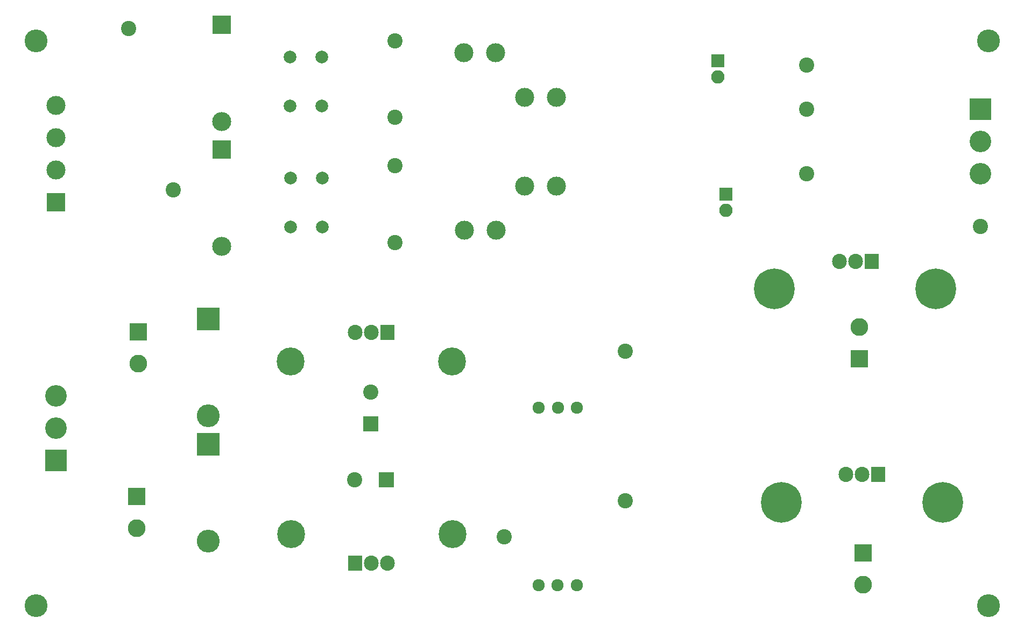
<source format=gbr>
%TF.GenerationSoftware,KiCad,Pcbnew,(5.1.6-0-10_14)*%
%TF.CreationDate,2020-08-16T17:22:38+02:00*%
%TF.ProjectId,netzteil,6e65747a-7465-4696-9c2e-6b696361645f,1.01*%
%TF.SameCoordinates,Original*%
%TF.FileFunction,Soldermask,Bot*%
%TF.FilePolarity,Negative*%
%FSLAX46Y46*%
G04 Gerber Fmt 4.6, Leading zero omitted, Abs format (unit mm)*
G04 Created by KiCad (PCBNEW (5.1.6-0-10_14)) date 2020-08-16 17:22:38*
%MOMM*%
%LPD*%
G01*
G04 APERTURE LIST*
%ADD10O,2.305000X2.400000*%
%ADD11R,2.305000X2.400000*%
%ADD12C,6.400000*%
%ADD13C,2.800000*%
%ADD14R,2.800000X2.800000*%
%ADD15C,1.924000*%
%ADD16C,2.400000*%
%ADD17R,2.400000X2.400000*%
%ADD18R,3.000000X3.000000*%
%ADD19O,3.000000X3.000000*%
%ADD20O,3.600000X3.600000*%
%ADD21R,3.600000X3.600000*%
%ADD22C,3.600000*%
%ADD23C,4.400000*%
%ADD24R,2.100000X2.100000*%
%ADD25O,2.100000X2.100000*%
%ADD26C,3.000000*%
%ADD27C,3.400000*%
%ADD28R,3.400000X3.400000*%
%ADD29C,2.000200*%
G04 APERTURE END LIST*
D10*
%TO.C,Q7*%
X187545000Y-119270000D03*
X190085000Y-119270000D03*
D11*
X192625000Y-119270000D03*
%TD*%
%TO.C,Q8*%
X191565000Y-85730000D03*
D10*
X189025000Y-85730000D03*
X186485000Y-85730000D03*
%TD*%
D12*
%TO.C,HS1*%
X202785000Y-123670000D03*
X177385000Y-123670000D03*
%TD*%
%TO.C,HS2*%
X176265000Y-90030000D03*
X201665000Y-90030000D03*
%TD*%
D13*
%TO.C,C13*%
X190255000Y-136665000D03*
D14*
X190255000Y-131665000D03*
%TD*%
%TO.C,C14*%
X189620000Y-101105000D03*
D13*
X189620000Y-96105000D03*
%TD*%
D15*
%TO.C,RV2*%
X139230000Y-108775000D03*
X142230000Y-108775000D03*
X145230000Y-108775000D03*
%TD*%
D16*
%TO.C,TP4*%
X116595000Y-63085000D03*
%TD*%
%TO.C,C19*%
X110230000Y-120140000D03*
D17*
X115230000Y-120140000D03*
%TD*%
%TO.C,C20*%
X112785000Y-111345000D03*
D16*
X112785000Y-106345000D03*
%TD*%
D13*
%TO.C,C27*%
X75955000Y-127775000D03*
D14*
X75955000Y-122775000D03*
%TD*%
%TO.C,C28*%
X76230000Y-96820000D03*
D13*
X76230000Y-101820000D03*
%TD*%
D18*
%TO.C,D3*%
X89290000Y-48480000D03*
D19*
X89290000Y-63720000D03*
%TD*%
D20*
%TO.C,D11*%
X87230000Y-129760000D03*
D21*
X87230000Y-114520000D03*
%TD*%
%TO.C,D12*%
X87230000Y-94835000D03*
D20*
X87230000Y-110075000D03*
%TD*%
D22*
%TO.C,H1*%
X60080000Y-139920000D03*
%TD*%
%TO.C,H2*%
X60080000Y-51020000D03*
%TD*%
%TO.C,H3*%
X209940000Y-51020000D03*
%TD*%
%TO.C,H4*%
X209940000Y-139920000D03*
%TD*%
D23*
%TO.C,HS3*%
X100230000Y-128640000D03*
X125630000Y-128640000D03*
%TD*%
%TO.C,HS4*%
X100140000Y-101510000D03*
X125540000Y-101510000D03*
%TD*%
D24*
%TO.C,J4*%
X167395000Y-54195000D03*
D25*
X167395000Y-56735000D03*
%TD*%
D26*
%TO.C,L3*%
X127390000Y-52925000D03*
X132390000Y-52925000D03*
%TD*%
D15*
%TO.C,RV1*%
X145170000Y-136745000D03*
X142170000Y-136745000D03*
X139170000Y-136745000D03*
%TD*%
D16*
%TO.C,TP1*%
X74685000Y-49115000D03*
%TD*%
%TO.C,TP2*%
X81670000Y-74515000D03*
%TD*%
%TO.C,TP8*%
X181365000Y-61815000D03*
%TD*%
%TO.C,TP7*%
X181365000Y-54830000D03*
%TD*%
%TO.C,TP10*%
X152790000Y-123410000D03*
%TD*%
%TO.C,TP11*%
X152790000Y-99915000D03*
%TD*%
%TO.C,TP12*%
X208670000Y-80230000D03*
%TD*%
%TO.C,TP13*%
X133740000Y-129125000D03*
%TD*%
D10*
%TO.C,U1*%
X115430000Y-133240000D03*
X112890000Y-133240000D03*
D11*
X110350000Y-133240000D03*
%TD*%
%TO.C,U2*%
X115390000Y-96910000D03*
D10*
X112850000Y-96910000D03*
X110310000Y-96910000D03*
%TD*%
D18*
%TO.C,D4*%
X89290000Y-68165000D03*
D19*
X89290000Y-83405000D03*
%TD*%
D27*
%TO.C,J2*%
X208670000Y-71975000D03*
X208670000Y-66895000D03*
D28*
X208670000Y-61815000D03*
%TD*%
%TO.C,J3*%
X63255000Y-117060000D03*
D27*
X63255000Y-111980000D03*
X63255000Y-106900000D03*
%TD*%
D24*
%TO.C,J5*%
X168665000Y-75150000D03*
D25*
X168665000Y-77690000D03*
%TD*%
D26*
%TO.C,L6*%
X132470000Y-80865000D03*
X127470000Y-80865000D03*
%TD*%
D16*
%TO.C,TP9*%
X181365000Y-71975000D03*
%TD*%
D18*
%TO.C,J1*%
X63255000Y-76420000D03*
D26*
X63255000Y-71340000D03*
X63255000Y-66260000D03*
X63255000Y-61180000D03*
%TD*%
D29*
%TO.C,L1*%
X105085000Y-61260000D03*
X100085000Y-61260000D03*
X105085000Y-53560000D03*
X100085000Y-53560000D03*
%TD*%
%TO.C,L2*%
X100165000Y-72610000D03*
X105165000Y-72610000D03*
X100165000Y-80310000D03*
X105165000Y-80310000D03*
%TD*%
D26*
%TO.C,L4*%
X141995000Y-59910000D03*
X136995000Y-59910000D03*
%TD*%
%TO.C,L5*%
X136995000Y-73880000D03*
X141995000Y-73880000D03*
%TD*%
D16*
%TO.C,TP3*%
X116595000Y-51020000D03*
%TD*%
%TO.C,TP5*%
X116595000Y-70705000D03*
%TD*%
%TO.C,TP6*%
X116595000Y-82770000D03*
%TD*%
M02*

</source>
